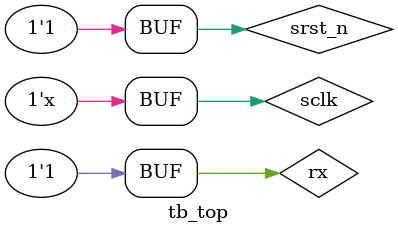
<source format=v>

`timescale 10ns / 10ns
module tb_top ();
/////////////////////////////////////////////
// parameter and signals
/////////////////////////////////////////////
// parameter

// regs or wires
reg sclk = 0;
reg srst_n = 0;
/////////////////////////////////////////////
// main code
/////////////////////////////////////////////
// System clock
always #10 sclk = ~sclk;

//inital
initial begin
    #0
     srst_n = 0;
    #30
     srst_n = 1;
end

reg rx = 1;

initial begin
    #0 rx = 1;
    #10 rx = 1;
    #23 rx = 0;
    #20 rx = 0;
    #20 rx = 1;
    #10 rx = 0;
    #20 rx = 1;
end

wire out;
// models
rx_recode_enable_gen rr_inst(
                         .clk(sclk),
                         .rx(rx),
                         .en(out)
                     );

/////////////////////////////////////////////
// code end
/////////////////////////////////////////////
endmodule

</source>
